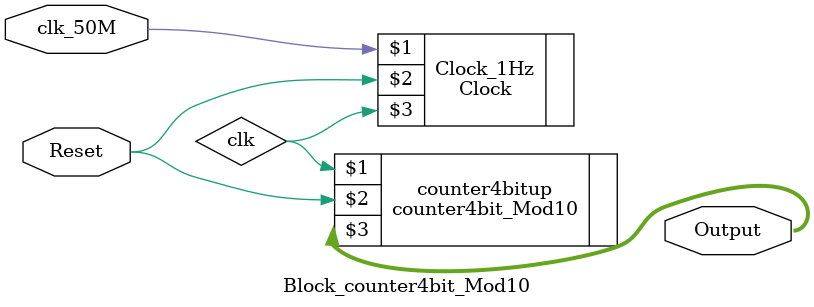
<source format=v>
`timescale 1ns / 1ps
module Block_counter4bit_Mod10(clk_50M, Reset, Output);
input clk_50M, Reset;
output wire [3:0] Output;
wire clk;
Clock Clock_1Hz(clk_50M, Reset, clk);
counter4bit_Mod10 counter4bitup (clk, Reset, Output);
endmodule

</source>
